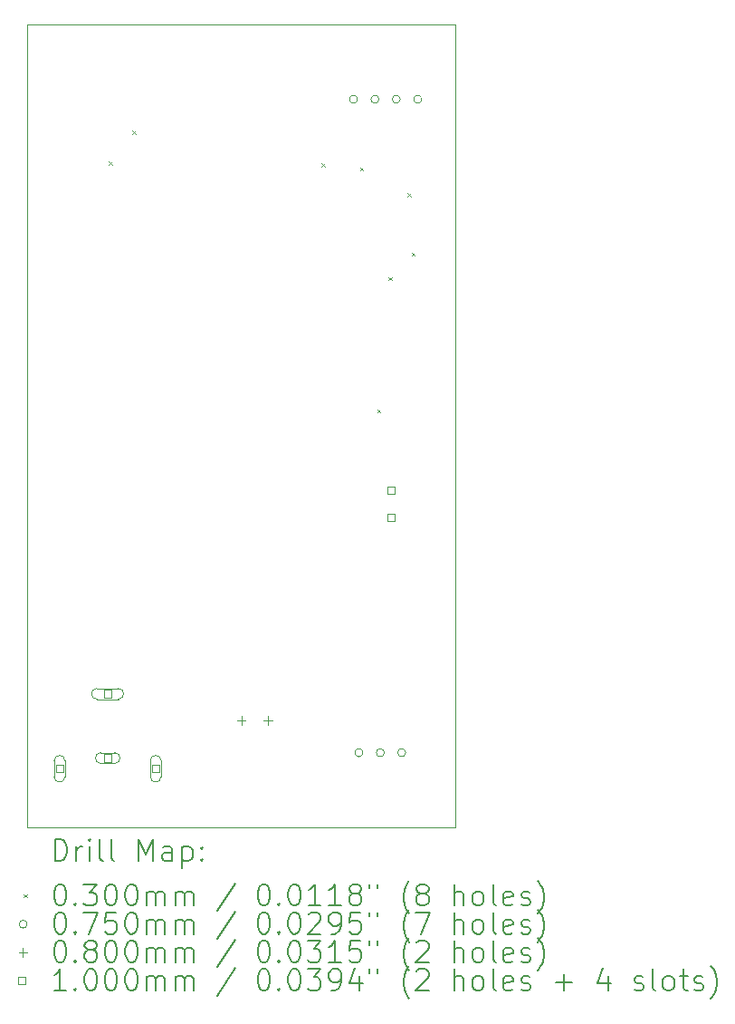
<source format=gbr>
%TF.GenerationSoftware,KiCad,Pcbnew,9.0.6-9.0.6~ubuntu22.04.1*%
%TF.CreationDate,2025-11-27T22:46:07+02:00*%
%TF.ProjectId,pico,7069636f-2e6b-4696-9361-645f70636258,1*%
%TF.SameCoordinates,Original*%
%TF.FileFunction,Drillmap*%
%TF.FilePolarity,Positive*%
%FSLAX45Y45*%
G04 Gerber Fmt 4.5, Leading zero omitted, Abs format (unit mm)*
G04 Created by KiCad (PCBNEW 9.0.6-9.0.6~ubuntu22.04.1) date 2025-11-27 22:46:07*
%MOMM*%
%LPD*%
G01*
G04 APERTURE LIST*
%ADD10C,0.050000*%
%ADD11C,0.200000*%
%ADD12C,0.100000*%
G04 APERTURE END LIST*
D10*
X10000000Y-5000000D02*
X14000000Y-5000000D01*
X14000000Y-12495000D01*
X10000000Y-12495000D01*
X10000000Y-5000000D01*
D11*
D12*
X10760130Y-6275640D02*
X10790130Y-6305640D01*
X10790130Y-6275640D02*
X10760130Y-6305640D01*
X10980030Y-5986600D02*
X11010030Y-6016600D01*
X11010030Y-5986600D02*
X10980030Y-6016600D01*
X12750990Y-6292480D02*
X12780990Y-6322480D01*
X12780990Y-6292480D02*
X12750990Y-6322480D01*
X13110320Y-6330240D02*
X13140320Y-6360240D01*
X13140320Y-6330240D02*
X13110320Y-6360240D01*
X13270310Y-8593250D02*
X13300310Y-8623250D01*
X13300310Y-8593250D02*
X13270310Y-8623250D01*
X13377470Y-7356820D02*
X13407470Y-7386820D01*
X13407470Y-7356820D02*
X13377470Y-7386820D01*
X13557360Y-6573170D02*
X13587360Y-6603170D01*
X13587360Y-6573170D02*
X13557360Y-6603170D01*
X13593760Y-7126020D02*
X13623760Y-7156020D01*
X13623760Y-7126020D02*
X13593760Y-7156020D01*
X13087500Y-5695000D02*
G75*
G02*
X13012500Y-5695000I-37500J0D01*
G01*
X13012500Y-5695000D02*
G75*
G02*
X13087500Y-5695000I37500J0D01*
G01*
X13137500Y-11800000D02*
G75*
G02*
X13062500Y-11800000I-37500J0D01*
G01*
X13062500Y-11800000D02*
G75*
G02*
X13137500Y-11800000I37500J0D01*
G01*
X13287500Y-5695000D02*
G75*
G02*
X13212500Y-5695000I-37500J0D01*
G01*
X13212500Y-5695000D02*
G75*
G02*
X13287500Y-5695000I37500J0D01*
G01*
X13337500Y-11800000D02*
G75*
G02*
X13262500Y-11800000I-37500J0D01*
G01*
X13262500Y-11800000D02*
G75*
G02*
X13337500Y-11800000I37500J0D01*
G01*
X13487500Y-5695000D02*
G75*
G02*
X13412500Y-5695000I-37500J0D01*
G01*
X13412500Y-5695000D02*
G75*
G02*
X13487500Y-5695000I37500J0D01*
G01*
X13537500Y-11800000D02*
G75*
G02*
X13462500Y-11800000I-37500J0D01*
G01*
X13462500Y-11800000D02*
G75*
G02*
X13537500Y-11800000I37500J0D01*
G01*
X13687500Y-5695000D02*
G75*
G02*
X13612500Y-5695000I-37500J0D01*
G01*
X13612500Y-5695000D02*
G75*
G02*
X13687500Y-5695000I37500J0D01*
G01*
X12000000Y-11460000D02*
X12000000Y-11540000D01*
X11960000Y-11500000D02*
X12040000Y-11500000D01*
X12250000Y-11460000D02*
X12250000Y-11540000D01*
X12210000Y-11500000D02*
X12290000Y-11500000D01*
X10335356Y-11985356D02*
X10335356Y-11914644D01*
X10264644Y-11914644D01*
X10264644Y-11985356D01*
X10335356Y-11985356D01*
X10250000Y-11875000D02*
X10250000Y-12025000D01*
X10350000Y-12025000D02*
G75*
G02*
X10250000Y-12025000I-50000J0D01*
G01*
X10350000Y-12025000D02*
X10350000Y-11875000D01*
X10350000Y-11875000D02*
G75*
G03*
X10250000Y-11875000I-50000J0D01*
G01*
X10785356Y-11285356D02*
X10785356Y-11214644D01*
X10714644Y-11214644D01*
X10714644Y-11285356D01*
X10785356Y-11285356D01*
X10650000Y-11300000D02*
X10850000Y-11300000D01*
X10850000Y-11200000D02*
G75*
G02*
X10850000Y-11300000I0J-50000D01*
G01*
X10850000Y-11200000D02*
X10650000Y-11200000D01*
X10650000Y-11200000D02*
G75*
G03*
X10650000Y-11300000I0J-50000D01*
G01*
X10785356Y-11885356D02*
X10785356Y-11814644D01*
X10714644Y-11814644D01*
X10714644Y-11885356D01*
X10785356Y-11885356D01*
X10685000Y-11900000D02*
X10815000Y-11900000D01*
X10815000Y-11800000D02*
G75*
G02*
X10815000Y-11900000I0J-50000D01*
G01*
X10815000Y-11800000D02*
X10685000Y-11800000D01*
X10685000Y-11800000D02*
G75*
G03*
X10685000Y-11900000I0J-50000D01*
G01*
X11235356Y-11985356D02*
X11235356Y-11914644D01*
X11164644Y-11914644D01*
X11164644Y-11985356D01*
X11235356Y-11985356D01*
X11150000Y-11875000D02*
X11150000Y-12025000D01*
X11250000Y-12025000D02*
G75*
G02*
X11150000Y-12025000I-50000J0D01*
G01*
X11250000Y-12025000D02*
X11250000Y-11875000D01*
X11250000Y-11875000D02*
G75*
G03*
X11150000Y-11875000I-50000J0D01*
G01*
X13435356Y-9385356D02*
X13435356Y-9314644D01*
X13364644Y-9314644D01*
X13364644Y-9385356D01*
X13435356Y-9385356D01*
X13435356Y-9639356D02*
X13435356Y-9568644D01*
X13364644Y-9568644D01*
X13364644Y-9639356D01*
X13435356Y-9639356D01*
D11*
X10258277Y-12808984D02*
X10258277Y-12608984D01*
X10258277Y-12608984D02*
X10305896Y-12608984D01*
X10305896Y-12608984D02*
X10334467Y-12618508D01*
X10334467Y-12618508D02*
X10353515Y-12637555D01*
X10353515Y-12637555D02*
X10363039Y-12656603D01*
X10363039Y-12656603D02*
X10372563Y-12694698D01*
X10372563Y-12694698D02*
X10372563Y-12723269D01*
X10372563Y-12723269D02*
X10363039Y-12761365D01*
X10363039Y-12761365D02*
X10353515Y-12780412D01*
X10353515Y-12780412D02*
X10334467Y-12799460D01*
X10334467Y-12799460D02*
X10305896Y-12808984D01*
X10305896Y-12808984D02*
X10258277Y-12808984D01*
X10458277Y-12808984D02*
X10458277Y-12675650D01*
X10458277Y-12713746D02*
X10467801Y-12694698D01*
X10467801Y-12694698D02*
X10477324Y-12685174D01*
X10477324Y-12685174D02*
X10496372Y-12675650D01*
X10496372Y-12675650D02*
X10515420Y-12675650D01*
X10582086Y-12808984D02*
X10582086Y-12675650D01*
X10582086Y-12608984D02*
X10572563Y-12618508D01*
X10572563Y-12618508D02*
X10582086Y-12628031D01*
X10582086Y-12628031D02*
X10591610Y-12618508D01*
X10591610Y-12618508D02*
X10582086Y-12608984D01*
X10582086Y-12608984D02*
X10582086Y-12628031D01*
X10705896Y-12808984D02*
X10686848Y-12799460D01*
X10686848Y-12799460D02*
X10677324Y-12780412D01*
X10677324Y-12780412D02*
X10677324Y-12608984D01*
X10810658Y-12808984D02*
X10791610Y-12799460D01*
X10791610Y-12799460D02*
X10782086Y-12780412D01*
X10782086Y-12780412D02*
X10782086Y-12608984D01*
X11039229Y-12808984D02*
X11039229Y-12608984D01*
X11039229Y-12608984D02*
X11105896Y-12751841D01*
X11105896Y-12751841D02*
X11172563Y-12608984D01*
X11172563Y-12608984D02*
X11172563Y-12808984D01*
X11353515Y-12808984D02*
X11353515Y-12704222D01*
X11353515Y-12704222D02*
X11343991Y-12685174D01*
X11343991Y-12685174D02*
X11324943Y-12675650D01*
X11324943Y-12675650D02*
X11286848Y-12675650D01*
X11286848Y-12675650D02*
X11267801Y-12685174D01*
X11353515Y-12799460D02*
X11334467Y-12808984D01*
X11334467Y-12808984D02*
X11286848Y-12808984D01*
X11286848Y-12808984D02*
X11267801Y-12799460D01*
X11267801Y-12799460D02*
X11258277Y-12780412D01*
X11258277Y-12780412D02*
X11258277Y-12761365D01*
X11258277Y-12761365D02*
X11267801Y-12742317D01*
X11267801Y-12742317D02*
X11286848Y-12732793D01*
X11286848Y-12732793D02*
X11334467Y-12732793D01*
X11334467Y-12732793D02*
X11353515Y-12723269D01*
X11448753Y-12675650D02*
X11448753Y-12875650D01*
X11448753Y-12685174D02*
X11467801Y-12675650D01*
X11467801Y-12675650D02*
X11505896Y-12675650D01*
X11505896Y-12675650D02*
X11524943Y-12685174D01*
X11524943Y-12685174D02*
X11534467Y-12694698D01*
X11534467Y-12694698D02*
X11543991Y-12713746D01*
X11543991Y-12713746D02*
X11543991Y-12770888D01*
X11543991Y-12770888D02*
X11534467Y-12789936D01*
X11534467Y-12789936D02*
X11524943Y-12799460D01*
X11524943Y-12799460D02*
X11505896Y-12808984D01*
X11505896Y-12808984D02*
X11467801Y-12808984D01*
X11467801Y-12808984D02*
X11448753Y-12799460D01*
X11629705Y-12789936D02*
X11639229Y-12799460D01*
X11639229Y-12799460D02*
X11629705Y-12808984D01*
X11629705Y-12808984D02*
X11620182Y-12799460D01*
X11620182Y-12799460D02*
X11629705Y-12789936D01*
X11629705Y-12789936D02*
X11629705Y-12808984D01*
X11629705Y-12685174D02*
X11639229Y-12694698D01*
X11639229Y-12694698D02*
X11629705Y-12704222D01*
X11629705Y-12704222D02*
X11620182Y-12694698D01*
X11620182Y-12694698D02*
X11629705Y-12685174D01*
X11629705Y-12685174D02*
X11629705Y-12704222D01*
D12*
X9967500Y-13122500D02*
X9997500Y-13152500D01*
X9997500Y-13122500D02*
X9967500Y-13152500D01*
D11*
X10296372Y-13028984D02*
X10315420Y-13028984D01*
X10315420Y-13028984D02*
X10334467Y-13038508D01*
X10334467Y-13038508D02*
X10343991Y-13048031D01*
X10343991Y-13048031D02*
X10353515Y-13067079D01*
X10353515Y-13067079D02*
X10363039Y-13105174D01*
X10363039Y-13105174D02*
X10363039Y-13152793D01*
X10363039Y-13152793D02*
X10353515Y-13190888D01*
X10353515Y-13190888D02*
X10343991Y-13209936D01*
X10343991Y-13209936D02*
X10334467Y-13219460D01*
X10334467Y-13219460D02*
X10315420Y-13228984D01*
X10315420Y-13228984D02*
X10296372Y-13228984D01*
X10296372Y-13228984D02*
X10277324Y-13219460D01*
X10277324Y-13219460D02*
X10267801Y-13209936D01*
X10267801Y-13209936D02*
X10258277Y-13190888D01*
X10258277Y-13190888D02*
X10248753Y-13152793D01*
X10248753Y-13152793D02*
X10248753Y-13105174D01*
X10248753Y-13105174D02*
X10258277Y-13067079D01*
X10258277Y-13067079D02*
X10267801Y-13048031D01*
X10267801Y-13048031D02*
X10277324Y-13038508D01*
X10277324Y-13038508D02*
X10296372Y-13028984D01*
X10448753Y-13209936D02*
X10458277Y-13219460D01*
X10458277Y-13219460D02*
X10448753Y-13228984D01*
X10448753Y-13228984D02*
X10439229Y-13219460D01*
X10439229Y-13219460D02*
X10448753Y-13209936D01*
X10448753Y-13209936D02*
X10448753Y-13228984D01*
X10524944Y-13028984D02*
X10648753Y-13028984D01*
X10648753Y-13028984D02*
X10582086Y-13105174D01*
X10582086Y-13105174D02*
X10610658Y-13105174D01*
X10610658Y-13105174D02*
X10629705Y-13114698D01*
X10629705Y-13114698D02*
X10639229Y-13124222D01*
X10639229Y-13124222D02*
X10648753Y-13143269D01*
X10648753Y-13143269D02*
X10648753Y-13190888D01*
X10648753Y-13190888D02*
X10639229Y-13209936D01*
X10639229Y-13209936D02*
X10629705Y-13219460D01*
X10629705Y-13219460D02*
X10610658Y-13228984D01*
X10610658Y-13228984D02*
X10553515Y-13228984D01*
X10553515Y-13228984D02*
X10534467Y-13219460D01*
X10534467Y-13219460D02*
X10524944Y-13209936D01*
X10772563Y-13028984D02*
X10791610Y-13028984D01*
X10791610Y-13028984D02*
X10810658Y-13038508D01*
X10810658Y-13038508D02*
X10820182Y-13048031D01*
X10820182Y-13048031D02*
X10829705Y-13067079D01*
X10829705Y-13067079D02*
X10839229Y-13105174D01*
X10839229Y-13105174D02*
X10839229Y-13152793D01*
X10839229Y-13152793D02*
X10829705Y-13190888D01*
X10829705Y-13190888D02*
X10820182Y-13209936D01*
X10820182Y-13209936D02*
X10810658Y-13219460D01*
X10810658Y-13219460D02*
X10791610Y-13228984D01*
X10791610Y-13228984D02*
X10772563Y-13228984D01*
X10772563Y-13228984D02*
X10753515Y-13219460D01*
X10753515Y-13219460D02*
X10743991Y-13209936D01*
X10743991Y-13209936D02*
X10734467Y-13190888D01*
X10734467Y-13190888D02*
X10724944Y-13152793D01*
X10724944Y-13152793D02*
X10724944Y-13105174D01*
X10724944Y-13105174D02*
X10734467Y-13067079D01*
X10734467Y-13067079D02*
X10743991Y-13048031D01*
X10743991Y-13048031D02*
X10753515Y-13038508D01*
X10753515Y-13038508D02*
X10772563Y-13028984D01*
X10963039Y-13028984D02*
X10982086Y-13028984D01*
X10982086Y-13028984D02*
X11001134Y-13038508D01*
X11001134Y-13038508D02*
X11010658Y-13048031D01*
X11010658Y-13048031D02*
X11020182Y-13067079D01*
X11020182Y-13067079D02*
X11029705Y-13105174D01*
X11029705Y-13105174D02*
X11029705Y-13152793D01*
X11029705Y-13152793D02*
X11020182Y-13190888D01*
X11020182Y-13190888D02*
X11010658Y-13209936D01*
X11010658Y-13209936D02*
X11001134Y-13219460D01*
X11001134Y-13219460D02*
X10982086Y-13228984D01*
X10982086Y-13228984D02*
X10963039Y-13228984D01*
X10963039Y-13228984D02*
X10943991Y-13219460D01*
X10943991Y-13219460D02*
X10934467Y-13209936D01*
X10934467Y-13209936D02*
X10924944Y-13190888D01*
X10924944Y-13190888D02*
X10915420Y-13152793D01*
X10915420Y-13152793D02*
X10915420Y-13105174D01*
X10915420Y-13105174D02*
X10924944Y-13067079D01*
X10924944Y-13067079D02*
X10934467Y-13048031D01*
X10934467Y-13048031D02*
X10943991Y-13038508D01*
X10943991Y-13038508D02*
X10963039Y-13028984D01*
X11115420Y-13228984D02*
X11115420Y-13095650D01*
X11115420Y-13114698D02*
X11124944Y-13105174D01*
X11124944Y-13105174D02*
X11143991Y-13095650D01*
X11143991Y-13095650D02*
X11172563Y-13095650D01*
X11172563Y-13095650D02*
X11191610Y-13105174D01*
X11191610Y-13105174D02*
X11201134Y-13124222D01*
X11201134Y-13124222D02*
X11201134Y-13228984D01*
X11201134Y-13124222D02*
X11210658Y-13105174D01*
X11210658Y-13105174D02*
X11229705Y-13095650D01*
X11229705Y-13095650D02*
X11258277Y-13095650D01*
X11258277Y-13095650D02*
X11277324Y-13105174D01*
X11277324Y-13105174D02*
X11286848Y-13124222D01*
X11286848Y-13124222D02*
X11286848Y-13228984D01*
X11382086Y-13228984D02*
X11382086Y-13095650D01*
X11382086Y-13114698D02*
X11391610Y-13105174D01*
X11391610Y-13105174D02*
X11410658Y-13095650D01*
X11410658Y-13095650D02*
X11439229Y-13095650D01*
X11439229Y-13095650D02*
X11458277Y-13105174D01*
X11458277Y-13105174D02*
X11467801Y-13124222D01*
X11467801Y-13124222D02*
X11467801Y-13228984D01*
X11467801Y-13124222D02*
X11477324Y-13105174D01*
X11477324Y-13105174D02*
X11496372Y-13095650D01*
X11496372Y-13095650D02*
X11524943Y-13095650D01*
X11524943Y-13095650D02*
X11543991Y-13105174D01*
X11543991Y-13105174D02*
X11553515Y-13124222D01*
X11553515Y-13124222D02*
X11553515Y-13228984D01*
X11943991Y-13019460D02*
X11772563Y-13276603D01*
X12201134Y-13028984D02*
X12220182Y-13028984D01*
X12220182Y-13028984D02*
X12239229Y-13038508D01*
X12239229Y-13038508D02*
X12248753Y-13048031D01*
X12248753Y-13048031D02*
X12258277Y-13067079D01*
X12258277Y-13067079D02*
X12267801Y-13105174D01*
X12267801Y-13105174D02*
X12267801Y-13152793D01*
X12267801Y-13152793D02*
X12258277Y-13190888D01*
X12258277Y-13190888D02*
X12248753Y-13209936D01*
X12248753Y-13209936D02*
X12239229Y-13219460D01*
X12239229Y-13219460D02*
X12220182Y-13228984D01*
X12220182Y-13228984D02*
X12201134Y-13228984D01*
X12201134Y-13228984D02*
X12182086Y-13219460D01*
X12182086Y-13219460D02*
X12172563Y-13209936D01*
X12172563Y-13209936D02*
X12163039Y-13190888D01*
X12163039Y-13190888D02*
X12153515Y-13152793D01*
X12153515Y-13152793D02*
X12153515Y-13105174D01*
X12153515Y-13105174D02*
X12163039Y-13067079D01*
X12163039Y-13067079D02*
X12172563Y-13048031D01*
X12172563Y-13048031D02*
X12182086Y-13038508D01*
X12182086Y-13038508D02*
X12201134Y-13028984D01*
X12353515Y-13209936D02*
X12363039Y-13219460D01*
X12363039Y-13219460D02*
X12353515Y-13228984D01*
X12353515Y-13228984D02*
X12343991Y-13219460D01*
X12343991Y-13219460D02*
X12353515Y-13209936D01*
X12353515Y-13209936D02*
X12353515Y-13228984D01*
X12486848Y-13028984D02*
X12505896Y-13028984D01*
X12505896Y-13028984D02*
X12524944Y-13038508D01*
X12524944Y-13038508D02*
X12534467Y-13048031D01*
X12534467Y-13048031D02*
X12543991Y-13067079D01*
X12543991Y-13067079D02*
X12553515Y-13105174D01*
X12553515Y-13105174D02*
X12553515Y-13152793D01*
X12553515Y-13152793D02*
X12543991Y-13190888D01*
X12543991Y-13190888D02*
X12534467Y-13209936D01*
X12534467Y-13209936D02*
X12524944Y-13219460D01*
X12524944Y-13219460D02*
X12505896Y-13228984D01*
X12505896Y-13228984D02*
X12486848Y-13228984D01*
X12486848Y-13228984D02*
X12467801Y-13219460D01*
X12467801Y-13219460D02*
X12458277Y-13209936D01*
X12458277Y-13209936D02*
X12448753Y-13190888D01*
X12448753Y-13190888D02*
X12439229Y-13152793D01*
X12439229Y-13152793D02*
X12439229Y-13105174D01*
X12439229Y-13105174D02*
X12448753Y-13067079D01*
X12448753Y-13067079D02*
X12458277Y-13048031D01*
X12458277Y-13048031D02*
X12467801Y-13038508D01*
X12467801Y-13038508D02*
X12486848Y-13028984D01*
X12743991Y-13228984D02*
X12629706Y-13228984D01*
X12686848Y-13228984D02*
X12686848Y-13028984D01*
X12686848Y-13028984D02*
X12667801Y-13057555D01*
X12667801Y-13057555D02*
X12648753Y-13076603D01*
X12648753Y-13076603D02*
X12629706Y-13086127D01*
X12934467Y-13228984D02*
X12820182Y-13228984D01*
X12877325Y-13228984D02*
X12877325Y-13028984D01*
X12877325Y-13028984D02*
X12858277Y-13057555D01*
X12858277Y-13057555D02*
X12839229Y-13076603D01*
X12839229Y-13076603D02*
X12820182Y-13086127D01*
X13048753Y-13114698D02*
X13029706Y-13105174D01*
X13029706Y-13105174D02*
X13020182Y-13095650D01*
X13020182Y-13095650D02*
X13010658Y-13076603D01*
X13010658Y-13076603D02*
X13010658Y-13067079D01*
X13010658Y-13067079D02*
X13020182Y-13048031D01*
X13020182Y-13048031D02*
X13029706Y-13038508D01*
X13029706Y-13038508D02*
X13048753Y-13028984D01*
X13048753Y-13028984D02*
X13086848Y-13028984D01*
X13086848Y-13028984D02*
X13105896Y-13038508D01*
X13105896Y-13038508D02*
X13115420Y-13048031D01*
X13115420Y-13048031D02*
X13124944Y-13067079D01*
X13124944Y-13067079D02*
X13124944Y-13076603D01*
X13124944Y-13076603D02*
X13115420Y-13095650D01*
X13115420Y-13095650D02*
X13105896Y-13105174D01*
X13105896Y-13105174D02*
X13086848Y-13114698D01*
X13086848Y-13114698D02*
X13048753Y-13114698D01*
X13048753Y-13114698D02*
X13029706Y-13124222D01*
X13029706Y-13124222D02*
X13020182Y-13133746D01*
X13020182Y-13133746D02*
X13010658Y-13152793D01*
X13010658Y-13152793D02*
X13010658Y-13190888D01*
X13010658Y-13190888D02*
X13020182Y-13209936D01*
X13020182Y-13209936D02*
X13029706Y-13219460D01*
X13029706Y-13219460D02*
X13048753Y-13228984D01*
X13048753Y-13228984D02*
X13086848Y-13228984D01*
X13086848Y-13228984D02*
X13105896Y-13219460D01*
X13105896Y-13219460D02*
X13115420Y-13209936D01*
X13115420Y-13209936D02*
X13124944Y-13190888D01*
X13124944Y-13190888D02*
X13124944Y-13152793D01*
X13124944Y-13152793D02*
X13115420Y-13133746D01*
X13115420Y-13133746D02*
X13105896Y-13124222D01*
X13105896Y-13124222D02*
X13086848Y-13114698D01*
X13201134Y-13028984D02*
X13201134Y-13067079D01*
X13277325Y-13028984D02*
X13277325Y-13067079D01*
X13572563Y-13305174D02*
X13563039Y-13295650D01*
X13563039Y-13295650D02*
X13543991Y-13267079D01*
X13543991Y-13267079D02*
X13534468Y-13248031D01*
X13534468Y-13248031D02*
X13524944Y-13219460D01*
X13524944Y-13219460D02*
X13515420Y-13171841D01*
X13515420Y-13171841D02*
X13515420Y-13133746D01*
X13515420Y-13133746D02*
X13524944Y-13086127D01*
X13524944Y-13086127D02*
X13534468Y-13057555D01*
X13534468Y-13057555D02*
X13543991Y-13038508D01*
X13543991Y-13038508D02*
X13563039Y-13009936D01*
X13563039Y-13009936D02*
X13572563Y-13000412D01*
X13677325Y-13114698D02*
X13658277Y-13105174D01*
X13658277Y-13105174D02*
X13648753Y-13095650D01*
X13648753Y-13095650D02*
X13639229Y-13076603D01*
X13639229Y-13076603D02*
X13639229Y-13067079D01*
X13639229Y-13067079D02*
X13648753Y-13048031D01*
X13648753Y-13048031D02*
X13658277Y-13038508D01*
X13658277Y-13038508D02*
X13677325Y-13028984D01*
X13677325Y-13028984D02*
X13715420Y-13028984D01*
X13715420Y-13028984D02*
X13734468Y-13038508D01*
X13734468Y-13038508D02*
X13743991Y-13048031D01*
X13743991Y-13048031D02*
X13753515Y-13067079D01*
X13753515Y-13067079D02*
X13753515Y-13076603D01*
X13753515Y-13076603D02*
X13743991Y-13095650D01*
X13743991Y-13095650D02*
X13734468Y-13105174D01*
X13734468Y-13105174D02*
X13715420Y-13114698D01*
X13715420Y-13114698D02*
X13677325Y-13114698D01*
X13677325Y-13114698D02*
X13658277Y-13124222D01*
X13658277Y-13124222D02*
X13648753Y-13133746D01*
X13648753Y-13133746D02*
X13639229Y-13152793D01*
X13639229Y-13152793D02*
X13639229Y-13190888D01*
X13639229Y-13190888D02*
X13648753Y-13209936D01*
X13648753Y-13209936D02*
X13658277Y-13219460D01*
X13658277Y-13219460D02*
X13677325Y-13228984D01*
X13677325Y-13228984D02*
X13715420Y-13228984D01*
X13715420Y-13228984D02*
X13734468Y-13219460D01*
X13734468Y-13219460D02*
X13743991Y-13209936D01*
X13743991Y-13209936D02*
X13753515Y-13190888D01*
X13753515Y-13190888D02*
X13753515Y-13152793D01*
X13753515Y-13152793D02*
X13743991Y-13133746D01*
X13743991Y-13133746D02*
X13734468Y-13124222D01*
X13734468Y-13124222D02*
X13715420Y-13114698D01*
X13991610Y-13228984D02*
X13991610Y-13028984D01*
X14077325Y-13228984D02*
X14077325Y-13124222D01*
X14077325Y-13124222D02*
X14067801Y-13105174D01*
X14067801Y-13105174D02*
X14048753Y-13095650D01*
X14048753Y-13095650D02*
X14020182Y-13095650D01*
X14020182Y-13095650D02*
X14001134Y-13105174D01*
X14001134Y-13105174D02*
X13991610Y-13114698D01*
X14201134Y-13228984D02*
X14182087Y-13219460D01*
X14182087Y-13219460D02*
X14172563Y-13209936D01*
X14172563Y-13209936D02*
X14163039Y-13190888D01*
X14163039Y-13190888D02*
X14163039Y-13133746D01*
X14163039Y-13133746D02*
X14172563Y-13114698D01*
X14172563Y-13114698D02*
X14182087Y-13105174D01*
X14182087Y-13105174D02*
X14201134Y-13095650D01*
X14201134Y-13095650D02*
X14229706Y-13095650D01*
X14229706Y-13095650D02*
X14248753Y-13105174D01*
X14248753Y-13105174D02*
X14258277Y-13114698D01*
X14258277Y-13114698D02*
X14267801Y-13133746D01*
X14267801Y-13133746D02*
X14267801Y-13190888D01*
X14267801Y-13190888D02*
X14258277Y-13209936D01*
X14258277Y-13209936D02*
X14248753Y-13219460D01*
X14248753Y-13219460D02*
X14229706Y-13228984D01*
X14229706Y-13228984D02*
X14201134Y-13228984D01*
X14382087Y-13228984D02*
X14363039Y-13219460D01*
X14363039Y-13219460D02*
X14353515Y-13200412D01*
X14353515Y-13200412D02*
X14353515Y-13028984D01*
X14534468Y-13219460D02*
X14515420Y-13228984D01*
X14515420Y-13228984D02*
X14477325Y-13228984D01*
X14477325Y-13228984D02*
X14458277Y-13219460D01*
X14458277Y-13219460D02*
X14448753Y-13200412D01*
X14448753Y-13200412D02*
X14448753Y-13124222D01*
X14448753Y-13124222D02*
X14458277Y-13105174D01*
X14458277Y-13105174D02*
X14477325Y-13095650D01*
X14477325Y-13095650D02*
X14515420Y-13095650D01*
X14515420Y-13095650D02*
X14534468Y-13105174D01*
X14534468Y-13105174D02*
X14543991Y-13124222D01*
X14543991Y-13124222D02*
X14543991Y-13143269D01*
X14543991Y-13143269D02*
X14448753Y-13162317D01*
X14620182Y-13219460D02*
X14639230Y-13228984D01*
X14639230Y-13228984D02*
X14677325Y-13228984D01*
X14677325Y-13228984D02*
X14696372Y-13219460D01*
X14696372Y-13219460D02*
X14705896Y-13200412D01*
X14705896Y-13200412D02*
X14705896Y-13190888D01*
X14705896Y-13190888D02*
X14696372Y-13171841D01*
X14696372Y-13171841D02*
X14677325Y-13162317D01*
X14677325Y-13162317D02*
X14648753Y-13162317D01*
X14648753Y-13162317D02*
X14629706Y-13152793D01*
X14629706Y-13152793D02*
X14620182Y-13133746D01*
X14620182Y-13133746D02*
X14620182Y-13124222D01*
X14620182Y-13124222D02*
X14629706Y-13105174D01*
X14629706Y-13105174D02*
X14648753Y-13095650D01*
X14648753Y-13095650D02*
X14677325Y-13095650D01*
X14677325Y-13095650D02*
X14696372Y-13105174D01*
X14772563Y-13305174D02*
X14782087Y-13295650D01*
X14782087Y-13295650D02*
X14801134Y-13267079D01*
X14801134Y-13267079D02*
X14810658Y-13248031D01*
X14810658Y-13248031D02*
X14820182Y-13219460D01*
X14820182Y-13219460D02*
X14829706Y-13171841D01*
X14829706Y-13171841D02*
X14829706Y-13133746D01*
X14829706Y-13133746D02*
X14820182Y-13086127D01*
X14820182Y-13086127D02*
X14810658Y-13057555D01*
X14810658Y-13057555D02*
X14801134Y-13038508D01*
X14801134Y-13038508D02*
X14782087Y-13009936D01*
X14782087Y-13009936D02*
X14772563Y-13000412D01*
D12*
X9997500Y-13401500D02*
G75*
G02*
X9922500Y-13401500I-37500J0D01*
G01*
X9922500Y-13401500D02*
G75*
G02*
X9997500Y-13401500I37500J0D01*
G01*
D11*
X10296372Y-13292984D02*
X10315420Y-13292984D01*
X10315420Y-13292984D02*
X10334467Y-13302508D01*
X10334467Y-13302508D02*
X10343991Y-13312031D01*
X10343991Y-13312031D02*
X10353515Y-13331079D01*
X10353515Y-13331079D02*
X10363039Y-13369174D01*
X10363039Y-13369174D02*
X10363039Y-13416793D01*
X10363039Y-13416793D02*
X10353515Y-13454888D01*
X10353515Y-13454888D02*
X10343991Y-13473936D01*
X10343991Y-13473936D02*
X10334467Y-13483460D01*
X10334467Y-13483460D02*
X10315420Y-13492984D01*
X10315420Y-13492984D02*
X10296372Y-13492984D01*
X10296372Y-13492984D02*
X10277324Y-13483460D01*
X10277324Y-13483460D02*
X10267801Y-13473936D01*
X10267801Y-13473936D02*
X10258277Y-13454888D01*
X10258277Y-13454888D02*
X10248753Y-13416793D01*
X10248753Y-13416793D02*
X10248753Y-13369174D01*
X10248753Y-13369174D02*
X10258277Y-13331079D01*
X10258277Y-13331079D02*
X10267801Y-13312031D01*
X10267801Y-13312031D02*
X10277324Y-13302508D01*
X10277324Y-13302508D02*
X10296372Y-13292984D01*
X10448753Y-13473936D02*
X10458277Y-13483460D01*
X10458277Y-13483460D02*
X10448753Y-13492984D01*
X10448753Y-13492984D02*
X10439229Y-13483460D01*
X10439229Y-13483460D02*
X10448753Y-13473936D01*
X10448753Y-13473936D02*
X10448753Y-13492984D01*
X10524944Y-13292984D02*
X10658277Y-13292984D01*
X10658277Y-13292984D02*
X10572563Y-13492984D01*
X10829705Y-13292984D02*
X10734467Y-13292984D01*
X10734467Y-13292984D02*
X10724944Y-13388222D01*
X10724944Y-13388222D02*
X10734467Y-13378698D01*
X10734467Y-13378698D02*
X10753515Y-13369174D01*
X10753515Y-13369174D02*
X10801134Y-13369174D01*
X10801134Y-13369174D02*
X10820182Y-13378698D01*
X10820182Y-13378698D02*
X10829705Y-13388222D01*
X10829705Y-13388222D02*
X10839229Y-13407269D01*
X10839229Y-13407269D02*
X10839229Y-13454888D01*
X10839229Y-13454888D02*
X10829705Y-13473936D01*
X10829705Y-13473936D02*
X10820182Y-13483460D01*
X10820182Y-13483460D02*
X10801134Y-13492984D01*
X10801134Y-13492984D02*
X10753515Y-13492984D01*
X10753515Y-13492984D02*
X10734467Y-13483460D01*
X10734467Y-13483460D02*
X10724944Y-13473936D01*
X10963039Y-13292984D02*
X10982086Y-13292984D01*
X10982086Y-13292984D02*
X11001134Y-13302508D01*
X11001134Y-13302508D02*
X11010658Y-13312031D01*
X11010658Y-13312031D02*
X11020182Y-13331079D01*
X11020182Y-13331079D02*
X11029705Y-13369174D01*
X11029705Y-13369174D02*
X11029705Y-13416793D01*
X11029705Y-13416793D02*
X11020182Y-13454888D01*
X11020182Y-13454888D02*
X11010658Y-13473936D01*
X11010658Y-13473936D02*
X11001134Y-13483460D01*
X11001134Y-13483460D02*
X10982086Y-13492984D01*
X10982086Y-13492984D02*
X10963039Y-13492984D01*
X10963039Y-13492984D02*
X10943991Y-13483460D01*
X10943991Y-13483460D02*
X10934467Y-13473936D01*
X10934467Y-13473936D02*
X10924944Y-13454888D01*
X10924944Y-13454888D02*
X10915420Y-13416793D01*
X10915420Y-13416793D02*
X10915420Y-13369174D01*
X10915420Y-13369174D02*
X10924944Y-13331079D01*
X10924944Y-13331079D02*
X10934467Y-13312031D01*
X10934467Y-13312031D02*
X10943991Y-13302508D01*
X10943991Y-13302508D02*
X10963039Y-13292984D01*
X11115420Y-13492984D02*
X11115420Y-13359650D01*
X11115420Y-13378698D02*
X11124944Y-13369174D01*
X11124944Y-13369174D02*
X11143991Y-13359650D01*
X11143991Y-13359650D02*
X11172563Y-13359650D01*
X11172563Y-13359650D02*
X11191610Y-13369174D01*
X11191610Y-13369174D02*
X11201134Y-13388222D01*
X11201134Y-13388222D02*
X11201134Y-13492984D01*
X11201134Y-13388222D02*
X11210658Y-13369174D01*
X11210658Y-13369174D02*
X11229705Y-13359650D01*
X11229705Y-13359650D02*
X11258277Y-13359650D01*
X11258277Y-13359650D02*
X11277324Y-13369174D01*
X11277324Y-13369174D02*
X11286848Y-13388222D01*
X11286848Y-13388222D02*
X11286848Y-13492984D01*
X11382086Y-13492984D02*
X11382086Y-13359650D01*
X11382086Y-13378698D02*
X11391610Y-13369174D01*
X11391610Y-13369174D02*
X11410658Y-13359650D01*
X11410658Y-13359650D02*
X11439229Y-13359650D01*
X11439229Y-13359650D02*
X11458277Y-13369174D01*
X11458277Y-13369174D02*
X11467801Y-13388222D01*
X11467801Y-13388222D02*
X11467801Y-13492984D01*
X11467801Y-13388222D02*
X11477324Y-13369174D01*
X11477324Y-13369174D02*
X11496372Y-13359650D01*
X11496372Y-13359650D02*
X11524943Y-13359650D01*
X11524943Y-13359650D02*
X11543991Y-13369174D01*
X11543991Y-13369174D02*
X11553515Y-13388222D01*
X11553515Y-13388222D02*
X11553515Y-13492984D01*
X11943991Y-13283460D02*
X11772563Y-13540603D01*
X12201134Y-13292984D02*
X12220182Y-13292984D01*
X12220182Y-13292984D02*
X12239229Y-13302508D01*
X12239229Y-13302508D02*
X12248753Y-13312031D01*
X12248753Y-13312031D02*
X12258277Y-13331079D01*
X12258277Y-13331079D02*
X12267801Y-13369174D01*
X12267801Y-13369174D02*
X12267801Y-13416793D01*
X12267801Y-13416793D02*
X12258277Y-13454888D01*
X12258277Y-13454888D02*
X12248753Y-13473936D01*
X12248753Y-13473936D02*
X12239229Y-13483460D01*
X12239229Y-13483460D02*
X12220182Y-13492984D01*
X12220182Y-13492984D02*
X12201134Y-13492984D01*
X12201134Y-13492984D02*
X12182086Y-13483460D01*
X12182086Y-13483460D02*
X12172563Y-13473936D01*
X12172563Y-13473936D02*
X12163039Y-13454888D01*
X12163039Y-13454888D02*
X12153515Y-13416793D01*
X12153515Y-13416793D02*
X12153515Y-13369174D01*
X12153515Y-13369174D02*
X12163039Y-13331079D01*
X12163039Y-13331079D02*
X12172563Y-13312031D01*
X12172563Y-13312031D02*
X12182086Y-13302508D01*
X12182086Y-13302508D02*
X12201134Y-13292984D01*
X12353515Y-13473936D02*
X12363039Y-13483460D01*
X12363039Y-13483460D02*
X12353515Y-13492984D01*
X12353515Y-13492984D02*
X12343991Y-13483460D01*
X12343991Y-13483460D02*
X12353515Y-13473936D01*
X12353515Y-13473936D02*
X12353515Y-13492984D01*
X12486848Y-13292984D02*
X12505896Y-13292984D01*
X12505896Y-13292984D02*
X12524944Y-13302508D01*
X12524944Y-13302508D02*
X12534467Y-13312031D01*
X12534467Y-13312031D02*
X12543991Y-13331079D01*
X12543991Y-13331079D02*
X12553515Y-13369174D01*
X12553515Y-13369174D02*
X12553515Y-13416793D01*
X12553515Y-13416793D02*
X12543991Y-13454888D01*
X12543991Y-13454888D02*
X12534467Y-13473936D01*
X12534467Y-13473936D02*
X12524944Y-13483460D01*
X12524944Y-13483460D02*
X12505896Y-13492984D01*
X12505896Y-13492984D02*
X12486848Y-13492984D01*
X12486848Y-13492984D02*
X12467801Y-13483460D01*
X12467801Y-13483460D02*
X12458277Y-13473936D01*
X12458277Y-13473936D02*
X12448753Y-13454888D01*
X12448753Y-13454888D02*
X12439229Y-13416793D01*
X12439229Y-13416793D02*
X12439229Y-13369174D01*
X12439229Y-13369174D02*
X12448753Y-13331079D01*
X12448753Y-13331079D02*
X12458277Y-13312031D01*
X12458277Y-13312031D02*
X12467801Y-13302508D01*
X12467801Y-13302508D02*
X12486848Y-13292984D01*
X12629706Y-13312031D02*
X12639229Y-13302508D01*
X12639229Y-13302508D02*
X12658277Y-13292984D01*
X12658277Y-13292984D02*
X12705896Y-13292984D01*
X12705896Y-13292984D02*
X12724944Y-13302508D01*
X12724944Y-13302508D02*
X12734467Y-13312031D01*
X12734467Y-13312031D02*
X12743991Y-13331079D01*
X12743991Y-13331079D02*
X12743991Y-13350127D01*
X12743991Y-13350127D02*
X12734467Y-13378698D01*
X12734467Y-13378698D02*
X12620182Y-13492984D01*
X12620182Y-13492984D02*
X12743991Y-13492984D01*
X12839229Y-13492984D02*
X12877325Y-13492984D01*
X12877325Y-13492984D02*
X12896372Y-13483460D01*
X12896372Y-13483460D02*
X12905896Y-13473936D01*
X12905896Y-13473936D02*
X12924944Y-13445365D01*
X12924944Y-13445365D02*
X12934467Y-13407269D01*
X12934467Y-13407269D02*
X12934467Y-13331079D01*
X12934467Y-13331079D02*
X12924944Y-13312031D01*
X12924944Y-13312031D02*
X12915420Y-13302508D01*
X12915420Y-13302508D02*
X12896372Y-13292984D01*
X12896372Y-13292984D02*
X12858277Y-13292984D01*
X12858277Y-13292984D02*
X12839229Y-13302508D01*
X12839229Y-13302508D02*
X12829706Y-13312031D01*
X12829706Y-13312031D02*
X12820182Y-13331079D01*
X12820182Y-13331079D02*
X12820182Y-13378698D01*
X12820182Y-13378698D02*
X12829706Y-13397746D01*
X12829706Y-13397746D02*
X12839229Y-13407269D01*
X12839229Y-13407269D02*
X12858277Y-13416793D01*
X12858277Y-13416793D02*
X12896372Y-13416793D01*
X12896372Y-13416793D02*
X12915420Y-13407269D01*
X12915420Y-13407269D02*
X12924944Y-13397746D01*
X12924944Y-13397746D02*
X12934467Y-13378698D01*
X13115420Y-13292984D02*
X13020182Y-13292984D01*
X13020182Y-13292984D02*
X13010658Y-13388222D01*
X13010658Y-13388222D02*
X13020182Y-13378698D01*
X13020182Y-13378698D02*
X13039229Y-13369174D01*
X13039229Y-13369174D02*
X13086848Y-13369174D01*
X13086848Y-13369174D02*
X13105896Y-13378698D01*
X13105896Y-13378698D02*
X13115420Y-13388222D01*
X13115420Y-13388222D02*
X13124944Y-13407269D01*
X13124944Y-13407269D02*
X13124944Y-13454888D01*
X13124944Y-13454888D02*
X13115420Y-13473936D01*
X13115420Y-13473936D02*
X13105896Y-13483460D01*
X13105896Y-13483460D02*
X13086848Y-13492984D01*
X13086848Y-13492984D02*
X13039229Y-13492984D01*
X13039229Y-13492984D02*
X13020182Y-13483460D01*
X13020182Y-13483460D02*
X13010658Y-13473936D01*
X13201134Y-13292984D02*
X13201134Y-13331079D01*
X13277325Y-13292984D02*
X13277325Y-13331079D01*
X13572563Y-13569174D02*
X13563039Y-13559650D01*
X13563039Y-13559650D02*
X13543991Y-13531079D01*
X13543991Y-13531079D02*
X13534468Y-13512031D01*
X13534468Y-13512031D02*
X13524944Y-13483460D01*
X13524944Y-13483460D02*
X13515420Y-13435841D01*
X13515420Y-13435841D02*
X13515420Y-13397746D01*
X13515420Y-13397746D02*
X13524944Y-13350127D01*
X13524944Y-13350127D02*
X13534468Y-13321555D01*
X13534468Y-13321555D02*
X13543991Y-13302508D01*
X13543991Y-13302508D02*
X13563039Y-13273936D01*
X13563039Y-13273936D02*
X13572563Y-13264412D01*
X13629706Y-13292984D02*
X13763039Y-13292984D01*
X13763039Y-13292984D02*
X13677325Y-13492984D01*
X13991610Y-13492984D02*
X13991610Y-13292984D01*
X14077325Y-13492984D02*
X14077325Y-13388222D01*
X14077325Y-13388222D02*
X14067801Y-13369174D01*
X14067801Y-13369174D02*
X14048753Y-13359650D01*
X14048753Y-13359650D02*
X14020182Y-13359650D01*
X14020182Y-13359650D02*
X14001134Y-13369174D01*
X14001134Y-13369174D02*
X13991610Y-13378698D01*
X14201134Y-13492984D02*
X14182087Y-13483460D01*
X14182087Y-13483460D02*
X14172563Y-13473936D01*
X14172563Y-13473936D02*
X14163039Y-13454888D01*
X14163039Y-13454888D02*
X14163039Y-13397746D01*
X14163039Y-13397746D02*
X14172563Y-13378698D01*
X14172563Y-13378698D02*
X14182087Y-13369174D01*
X14182087Y-13369174D02*
X14201134Y-13359650D01*
X14201134Y-13359650D02*
X14229706Y-13359650D01*
X14229706Y-13359650D02*
X14248753Y-13369174D01*
X14248753Y-13369174D02*
X14258277Y-13378698D01*
X14258277Y-13378698D02*
X14267801Y-13397746D01*
X14267801Y-13397746D02*
X14267801Y-13454888D01*
X14267801Y-13454888D02*
X14258277Y-13473936D01*
X14258277Y-13473936D02*
X14248753Y-13483460D01*
X14248753Y-13483460D02*
X14229706Y-13492984D01*
X14229706Y-13492984D02*
X14201134Y-13492984D01*
X14382087Y-13492984D02*
X14363039Y-13483460D01*
X14363039Y-13483460D02*
X14353515Y-13464412D01*
X14353515Y-13464412D02*
X14353515Y-13292984D01*
X14534468Y-13483460D02*
X14515420Y-13492984D01*
X14515420Y-13492984D02*
X14477325Y-13492984D01*
X14477325Y-13492984D02*
X14458277Y-13483460D01*
X14458277Y-13483460D02*
X14448753Y-13464412D01*
X14448753Y-13464412D02*
X14448753Y-13388222D01*
X14448753Y-13388222D02*
X14458277Y-13369174D01*
X14458277Y-13369174D02*
X14477325Y-13359650D01*
X14477325Y-13359650D02*
X14515420Y-13359650D01*
X14515420Y-13359650D02*
X14534468Y-13369174D01*
X14534468Y-13369174D02*
X14543991Y-13388222D01*
X14543991Y-13388222D02*
X14543991Y-13407269D01*
X14543991Y-13407269D02*
X14448753Y-13426317D01*
X14620182Y-13483460D02*
X14639230Y-13492984D01*
X14639230Y-13492984D02*
X14677325Y-13492984D01*
X14677325Y-13492984D02*
X14696372Y-13483460D01*
X14696372Y-13483460D02*
X14705896Y-13464412D01*
X14705896Y-13464412D02*
X14705896Y-13454888D01*
X14705896Y-13454888D02*
X14696372Y-13435841D01*
X14696372Y-13435841D02*
X14677325Y-13426317D01*
X14677325Y-13426317D02*
X14648753Y-13426317D01*
X14648753Y-13426317D02*
X14629706Y-13416793D01*
X14629706Y-13416793D02*
X14620182Y-13397746D01*
X14620182Y-13397746D02*
X14620182Y-13388222D01*
X14620182Y-13388222D02*
X14629706Y-13369174D01*
X14629706Y-13369174D02*
X14648753Y-13359650D01*
X14648753Y-13359650D02*
X14677325Y-13359650D01*
X14677325Y-13359650D02*
X14696372Y-13369174D01*
X14772563Y-13569174D02*
X14782087Y-13559650D01*
X14782087Y-13559650D02*
X14801134Y-13531079D01*
X14801134Y-13531079D02*
X14810658Y-13512031D01*
X14810658Y-13512031D02*
X14820182Y-13483460D01*
X14820182Y-13483460D02*
X14829706Y-13435841D01*
X14829706Y-13435841D02*
X14829706Y-13397746D01*
X14829706Y-13397746D02*
X14820182Y-13350127D01*
X14820182Y-13350127D02*
X14810658Y-13321555D01*
X14810658Y-13321555D02*
X14801134Y-13302508D01*
X14801134Y-13302508D02*
X14782087Y-13273936D01*
X14782087Y-13273936D02*
X14772563Y-13264412D01*
D12*
X9957500Y-13625500D02*
X9957500Y-13705500D01*
X9917500Y-13665500D02*
X9997500Y-13665500D01*
D11*
X10296372Y-13556984D02*
X10315420Y-13556984D01*
X10315420Y-13556984D02*
X10334467Y-13566508D01*
X10334467Y-13566508D02*
X10343991Y-13576031D01*
X10343991Y-13576031D02*
X10353515Y-13595079D01*
X10353515Y-13595079D02*
X10363039Y-13633174D01*
X10363039Y-13633174D02*
X10363039Y-13680793D01*
X10363039Y-13680793D02*
X10353515Y-13718888D01*
X10353515Y-13718888D02*
X10343991Y-13737936D01*
X10343991Y-13737936D02*
X10334467Y-13747460D01*
X10334467Y-13747460D02*
X10315420Y-13756984D01*
X10315420Y-13756984D02*
X10296372Y-13756984D01*
X10296372Y-13756984D02*
X10277324Y-13747460D01*
X10277324Y-13747460D02*
X10267801Y-13737936D01*
X10267801Y-13737936D02*
X10258277Y-13718888D01*
X10258277Y-13718888D02*
X10248753Y-13680793D01*
X10248753Y-13680793D02*
X10248753Y-13633174D01*
X10248753Y-13633174D02*
X10258277Y-13595079D01*
X10258277Y-13595079D02*
X10267801Y-13576031D01*
X10267801Y-13576031D02*
X10277324Y-13566508D01*
X10277324Y-13566508D02*
X10296372Y-13556984D01*
X10448753Y-13737936D02*
X10458277Y-13747460D01*
X10458277Y-13747460D02*
X10448753Y-13756984D01*
X10448753Y-13756984D02*
X10439229Y-13747460D01*
X10439229Y-13747460D02*
X10448753Y-13737936D01*
X10448753Y-13737936D02*
X10448753Y-13756984D01*
X10572563Y-13642698D02*
X10553515Y-13633174D01*
X10553515Y-13633174D02*
X10543991Y-13623650D01*
X10543991Y-13623650D02*
X10534467Y-13604603D01*
X10534467Y-13604603D02*
X10534467Y-13595079D01*
X10534467Y-13595079D02*
X10543991Y-13576031D01*
X10543991Y-13576031D02*
X10553515Y-13566508D01*
X10553515Y-13566508D02*
X10572563Y-13556984D01*
X10572563Y-13556984D02*
X10610658Y-13556984D01*
X10610658Y-13556984D02*
X10629705Y-13566508D01*
X10629705Y-13566508D02*
X10639229Y-13576031D01*
X10639229Y-13576031D02*
X10648753Y-13595079D01*
X10648753Y-13595079D02*
X10648753Y-13604603D01*
X10648753Y-13604603D02*
X10639229Y-13623650D01*
X10639229Y-13623650D02*
X10629705Y-13633174D01*
X10629705Y-13633174D02*
X10610658Y-13642698D01*
X10610658Y-13642698D02*
X10572563Y-13642698D01*
X10572563Y-13642698D02*
X10553515Y-13652222D01*
X10553515Y-13652222D02*
X10543991Y-13661746D01*
X10543991Y-13661746D02*
X10534467Y-13680793D01*
X10534467Y-13680793D02*
X10534467Y-13718888D01*
X10534467Y-13718888D02*
X10543991Y-13737936D01*
X10543991Y-13737936D02*
X10553515Y-13747460D01*
X10553515Y-13747460D02*
X10572563Y-13756984D01*
X10572563Y-13756984D02*
X10610658Y-13756984D01*
X10610658Y-13756984D02*
X10629705Y-13747460D01*
X10629705Y-13747460D02*
X10639229Y-13737936D01*
X10639229Y-13737936D02*
X10648753Y-13718888D01*
X10648753Y-13718888D02*
X10648753Y-13680793D01*
X10648753Y-13680793D02*
X10639229Y-13661746D01*
X10639229Y-13661746D02*
X10629705Y-13652222D01*
X10629705Y-13652222D02*
X10610658Y-13642698D01*
X10772563Y-13556984D02*
X10791610Y-13556984D01*
X10791610Y-13556984D02*
X10810658Y-13566508D01*
X10810658Y-13566508D02*
X10820182Y-13576031D01*
X10820182Y-13576031D02*
X10829705Y-13595079D01*
X10829705Y-13595079D02*
X10839229Y-13633174D01*
X10839229Y-13633174D02*
X10839229Y-13680793D01*
X10839229Y-13680793D02*
X10829705Y-13718888D01*
X10829705Y-13718888D02*
X10820182Y-13737936D01*
X10820182Y-13737936D02*
X10810658Y-13747460D01*
X10810658Y-13747460D02*
X10791610Y-13756984D01*
X10791610Y-13756984D02*
X10772563Y-13756984D01*
X10772563Y-13756984D02*
X10753515Y-13747460D01*
X10753515Y-13747460D02*
X10743991Y-13737936D01*
X10743991Y-13737936D02*
X10734467Y-13718888D01*
X10734467Y-13718888D02*
X10724944Y-13680793D01*
X10724944Y-13680793D02*
X10724944Y-13633174D01*
X10724944Y-13633174D02*
X10734467Y-13595079D01*
X10734467Y-13595079D02*
X10743991Y-13576031D01*
X10743991Y-13576031D02*
X10753515Y-13566508D01*
X10753515Y-13566508D02*
X10772563Y-13556984D01*
X10963039Y-13556984D02*
X10982086Y-13556984D01*
X10982086Y-13556984D02*
X11001134Y-13566508D01*
X11001134Y-13566508D02*
X11010658Y-13576031D01*
X11010658Y-13576031D02*
X11020182Y-13595079D01*
X11020182Y-13595079D02*
X11029705Y-13633174D01*
X11029705Y-13633174D02*
X11029705Y-13680793D01*
X11029705Y-13680793D02*
X11020182Y-13718888D01*
X11020182Y-13718888D02*
X11010658Y-13737936D01*
X11010658Y-13737936D02*
X11001134Y-13747460D01*
X11001134Y-13747460D02*
X10982086Y-13756984D01*
X10982086Y-13756984D02*
X10963039Y-13756984D01*
X10963039Y-13756984D02*
X10943991Y-13747460D01*
X10943991Y-13747460D02*
X10934467Y-13737936D01*
X10934467Y-13737936D02*
X10924944Y-13718888D01*
X10924944Y-13718888D02*
X10915420Y-13680793D01*
X10915420Y-13680793D02*
X10915420Y-13633174D01*
X10915420Y-13633174D02*
X10924944Y-13595079D01*
X10924944Y-13595079D02*
X10934467Y-13576031D01*
X10934467Y-13576031D02*
X10943991Y-13566508D01*
X10943991Y-13566508D02*
X10963039Y-13556984D01*
X11115420Y-13756984D02*
X11115420Y-13623650D01*
X11115420Y-13642698D02*
X11124944Y-13633174D01*
X11124944Y-13633174D02*
X11143991Y-13623650D01*
X11143991Y-13623650D02*
X11172563Y-13623650D01*
X11172563Y-13623650D02*
X11191610Y-13633174D01*
X11191610Y-13633174D02*
X11201134Y-13652222D01*
X11201134Y-13652222D02*
X11201134Y-13756984D01*
X11201134Y-13652222D02*
X11210658Y-13633174D01*
X11210658Y-13633174D02*
X11229705Y-13623650D01*
X11229705Y-13623650D02*
X11258277Y-13623650D01*
X11258277Y-13623650D02*
X11277324Y-13633174D01*
X11277324Y-13633174D02*
X11286848Y-13652222D01*
X11286848Y-13652222D02*
X11286848Y-13756984D01*
X11382086Y-13756984D02*
X11382086Y-13623650D01*
X11382086Y-13642698D02*
X11391610Y-13633174D01*
X11391610Y-13633174D02*
X11410658Y-13623650D01*
X11410658Y-13623650D02*
X11439229Y-13623650D01*
X11439229Y-13623650D02*
X11458277Y-13633174D01*
X11458277Y-13633174D02*
X11467801Y-13652222D01*
X11467801Y-13652222D02*
X11467801Y-13756984D01*
X11467801Y-13652222D02*
X11477324Y-13633174D01*
X11477324Y-13633174D02*
X11496372Y-13623650D01*
X11496372Y-13623650D02*
X11524943Y-13623650D01*
X11524943Y-13623650D02*
X11543991Y-13633174D01*
X11543991Y-13633174D02*
X11553515Y-13652222D01*
X11553515Y-13652222D02*
X11553515Y-13756984D01*
X11943991Y-13547460D02*
X11772563Y-13804603D01*
X12201134Y-13556984D02*
X12220182Y-13556984D01*
X12220182Y-13556984D02*
X12239229Y-13566508D01*
X12239229Y-13566508D02*
X12248753Y-13576031D01*
X12248753Y-13576031D02*
X12258277Y-13595079D01*
X12258277Y-13595079D02*
X12267801Y-13633174D01*
X12267801Y-13633174D02*
X12267801Y-13680793D01*
X12267801Y-13680793D02*
X12258277Y-13718888D01*
X12258277Y-13718888D02*
X12248753Y-13737936D01*
X12248753Y-13737936D02*
X12239229Y-13747460D01*
X12239229Y-13747460D02*
X12220182Y-13756984D01*
X12220182Y-13756984D02*
X12201134Y-13756984D01*
X12201134Y-13756984D02*
X12182086Y-13747460D01*
X12182086Y-13747460D02*
X12172563Y-13737936D01*
X12172563Y-13737936D02*
X12163039Y-13718888D01*
X12163039Y-13718888D02*
X12153515Y-13680793D01*
X12153515Y-13680793D02*
X12153515Y-13633174D01*
X12153515Y-13633174D02*
X12163039Y-13595079D01*
X12163039Y-13595079D02*
X12172563Y-13576031D01*
X12172563Y-13576031D02*
X12182086Y-13566508D01*
X12182086Y-13566508D02*
X12201134Y-13556984D01*
X12353515Y-13737936D02*
X12363039Y-13747460D01*
X12363039Y-13747460D02*
X12353515Y-13756984D01*
X12353515Y-13756984D02*
X12343991Y-13747460D01*
X12343991Y-13747460D02*
X12353515Y-13737936D01*
X12353515Y-13737936D02*
X12353515Y-13756984D01*
X12486848Y-13556984D02*
X12505896Y-13556984D01*
X12505896Y-13556984D02*
X12524944Y-13566508D01*
X12524944Y-13566508D02*
X12534467Y-13576031D01*
X12534467Y-13576031D02*
X12543991Y-13595079D01*
X12543991Y-13595079D02*
X12553515Y-13633174D01*
X12553515Y-13633174D02*
X12553515Y-13680793D01*
X12553515Y-13680793D02*
X12543991Y-13718888D01*
X12543991Y-13718888D02*
X12534467Y-13737936D01*
X12534467Y-13737936D02*
X12524944Y-13747460D01*
X12524944Y-13747460D02*
X12505896Y-13756984D01*
X12505896Y-13756984D02*
X12486848Y-13756984D01*
X12486848Y-13756984D02*
X12467801Y-13747460D01*
X12467801Y-13747460D02*
X12458277Y-13737936D01*
X12458277Y-13737936D02*
X12448753Y-13718888D01*
X12448753Y-13718888D02*
X12439229Y-13680793D01*
X12439229Y-13680793D02*
X12439229Y-13633174D01*
X12439229Y-13633174D02*
X12448753Y-13595079D01*
X12448753Y-13595079D02*
X12458277Y-13576031D01*
X12458277Y-13576031D02*
X12467801Y-13566508D01*
X12467801Y-13566508D02*
X12486848Y-13556984D01*
X12620182Y-13556984D02*
X12743991Y-13556984D01*
X12743991Y-13556984D02*
X12677325Y-13633174D01*
X12677325Y-13633174D02*
X12705896Y-13633174D01*
X12705896Y-13633174D02*
X12724944Y-13642698D01*
X12724944Y-13642698D02*
X12734467Y-13652222D01*
X12734467Y-13652222D02*
X12743991Y-13671269D01*
X12743991Y-13671269D02*
X12743991Y-13718888D01*
X12743991Y-13718888D02*
X12734467Y-13737936D01*
X12734467Y-13737936D02*
X12724944Y-13747460D01*
X12724944Y-13747460D02*
X12705896Y-13756984D01*
X12705896Y-13756984D02*
X12648753Y-13756984D01*
X12648753Y-13756984D02*
X12629706Y-13747460D01*
X12629706Y-13747460D02*
X12620182Y-13737936D01*
X12934467Y-13756984D02*
X12820182Y-13756984D01*
X12877325Y-13756984D02*
X12877325Y-13556984D01*
X12877325Y-13556984D02*
X12858277Y-13585555D01*
X12858277Y-13585555D02*
X12839229Y-13604603D01*
X12839229Y-13604603D02*
X12820182Y-13614127D01*
X13115420Y-13556984D02*
X13020182Y-13556984D01*
X13020182Y-13556984D02*
X13010658Y-13652222D01*
X13010658Y-13652222D02*
X13020182Y-13642698D01*
X13020182Y-13642698D02*
X13039229Y-13633174D01*
X13039229Y-13633174D02*
X13086848Y-13633174D01*
X13086848Y-13633174D02*
X13105896Y-13642698D01*
X13105896Y-13642698D02*
X13115420Y-13652222D01*
X13115420Y-13652222D02*
X13124944Y-13671269D01*
X13124944Y-13671269D02*
X13124944Y-13718888D01*
X13124944Y-13718888D02*
X13115420Y-13737936D01*
X13115420Y-13737936D02*
X13105896Y-13747460D01*
X13105896Y-13747460D02*
X13086848Y-13756984D01*
X13086848Y-13756984D02*
X13039229Y-13756984D01*
X13039229Y-13756984D02*
X13020182Y-13747460D01*
X13020182Y-13747460D02*
X13010658Y-13737936D01*
X13201134Y-13556984D02*
X13201134Y-13595079D01*
X13277325Y-13556984D02*
X13277325Y-13595079D01*
X13572563Y-13833174D02*
X13563039Y-13823650D01*
X13563039Y-13823650D02*
X13543991Y-13795079D01*
X13543991Y-13795079D02*
X13534468Y-13776031D01*
X13534468Y-13776031D02*
X13524944Y-13747460D01*
X13524944Y-13747460D02*
X13515420Y-13699841D01*
X13515420Y-13699841D02*
X13515420Y-13661746D01*
X13515420Y-13661746D02*
X13524944Y-13614127D01*
X13524944Y-13614127D02*
X13534468Y-13585555D01*
X13534468Y-13585555D02*
X13543991Y-13566508D01*
X13543991Y-13566508D02*
X13563039Y-13537936D01*
X13563039Y-13537936D02*
X13572563Y-13528412D01*
X13639229Y-13576031D02*
X13648753Y-13566508D01*
X13648753Y-13566508D02*
X13667801Y-13556984D01*
X13667801Y-13556984D02*
X13715420Y-13556984D01*
X13715420Y-13556984D02*
X13734468Y-13566508D01*
X13734468Y-13566508D02*
X13743991Y-13576031D01*
X13743991Y-13576031D02*
X13753515Y-13595079D01*
X13753515Y-13595079D02*
X13753515Y-13614127D01*
X13753515Y-13614127D02*
X13743991Y-13642698D01*
X13743991Y-13642698D02*
X13629706Y-13756984D01*
X13629706Y-13756984D02*
X13753515Y-13756984D01*
X13991610Y-13756984D02*
X13991610Y-13556984D01*
X14077325Y-13756984D02*
X14077325Y-13652222D01*
X14077325Y-13652222D02*
X14067801Y-13633174D01*
X14067801Y-13633174D02*
X14048753Y-13623650D01*
X14048753Y-13623650D02*
X14020182Y-13623650D01*
X14020182Y-13623650D02*
X14001134Y-13633174D01*
X14001134Y-13633174D02*
X13991610Y-13642698D01*
X14201134Y-13756984D02*
X14182087Y-13747460D01*
X14182087Y-13747460D02*
X14172563Y-13737936D01*
X14172563Y-13737936D02*
X14163039Y-13718888D01*
X14163039Y-13718888D02*
X14163039Y-13661746D01*
X14163039Y-13661746D02*
X14172563Y-13642698D01*
X14172563Y-13642698D02*
X14182087Y-13633174D01*
X14182087Y-13633174D02*
X14201134Y-13623650D01*
X14201134Y-13623650D02*
X14229706Y-13623650D01*
X14229706Y-13623650D02*
X14248753Y-13633174D01*
X14248753Y-13633174D02*
X14258277Y-13642698D01*
X14258277Y-13642698D02*
X14267801Y-13661746D01*
X14267801Y-13661746D02*
X14267801Y-13718888D01*
X14267801Y-13718888D02*
X14258277Y-13737936D01*
X14258277Y-13737936D02*
X14248753Y-13747460D01*
X14248753Y-13747460D02*
X14229706Y-13756984D01*
X14229706Y-13756984D02*
X14201134Y-13756984D01*
X14382087Y-13756984D02*
X14363039Y-13747460D01*
X14363039Y-13747460D02*
X14353515Y-13728412D01*
X14353515Y-13728412D02*
X14353515Y-13556984D01*
X14534468Y-13747460D02*
X14515420Y-13756984D01*
X14515420Y-13756984D02*
X14477325Y-13756984D01*
X14477325Y-13756984D02*
X14458277Y-13747460D01*
X14458277Y-13747460D02*
X14448753Y-13728412D01*
X14448753Y-13728412D02*
X14448753Y-13652222D01*
X14448753Y-13652222D02*
X14458277Y-13633174D01*
X14458277Y-13633174D02*
X14477325Y-13623650D01*
X14477325Y-13623650D02*
X14515420Y-13623650D01*
X14515420Y-13623650D02*
X14534468Y-13633174D01*
X14534468Y-13633174D02*
X14543991Y-13652222D01*
X14543991Y-13652222D02*
X14543991Y-13671269D01*
X14543991Y-13671269D02*
X14448753Y-13690317D01*
X14620182Y-13747460D02*
X14639230Y-13756984D01*
X14639230Y-13756984D02*
X14677325Y-13756984D01*
X14677325Y-13756984D02*
X14696372Y-13747460D01*
X14696372Y-13747460D02*
X14705896Y-13728412D01*
X14705896Y-13728412D02*
X14705896Y-13718888D01*
X14705896Y-13718888D02*
X14696372Y-13699841D01*
X14696372Y-13699841D02*
X14677325Y-13690317D01*
X14677325Y-13690317D02*
X14648753Y-13690317D01*
X14648753Y-13690317D02*
X14629706Y-13680793D01*
X14629706Y-13680793D02*
X14620182Y-13661746D01*
X14620182Y-13661746D02*
X14620182Y-13652222D01*
X14620182Y-13652222D02*
X14629706Y-13633174D01*
X14629706Y-13633174D02*
X14648753Y-13623650D01*
X14648753Y-13623650D02*
X14677325Y-13623650D01*
X14677325Y-13623650D02*
X14696372Y-13633174D01*
X14772563Y-13833174D02*
X14782087Y-13823650D01*
X14782087Y-13823650D02*
X14801134Y-13795079D01*
X14801134Y-13795079D02*
X14810658Y-13776031D01*
X14810658Y-13776031D02*
X14820182Y-13747460D01*
X14820182Y-13747460D02*
X14829706Y-13699841D01*
X14829706Y-13699841D02*
X14829706Y-13661746D01*
X14829706Y-13661746D02*
X14820182Y-13614127D01*
X14820182Y-13614127D02*
X14810658Y-13585555D01*
X14810658Y-13585555D02*
X14801134Y-13566508D01*
X14801134Y-13566508D02*
X14782087Y-13537936D01*
X14782087Y-13537936D02*
X14772563Y-13528412D01*
D12*
X9982856Y-13964856D02*
X9982856Y-13894144D01*
X9912144Y-13894144D01*
X9912144Y-13964856D01*
X9982856Y-13964856D01*
D11*
X10363039Y-14020984D02*
X10248753Y-14020984D01*
X10305896Y-14020984D02*
X10305896Y-13820984D01*
X10305896Y-13820984D02*
X10286848Y-13849555D01*
X10286848Y-13849555D02*
X10267801Y-13868603D01*
X10267801Y-13868603D02*
X10248753Y-13878127D01*
X10448753Y-14001936D02*
X10458277Y-14011460D01*
X10458277Y-14011460D02*
X10448753Y-14020984D01*
X10448753Y-14020984D02*
X10439229Y-14011460D01*
X10439229Y-14011460D02*
X10448753Y-14001936D01*
X10448753Y-14001936D02*
X10448753Y-14020984D01*
X10582086Y-13820984D02*
X10601134Y-13820984D01*
X10601134Y-13820984D02*
X10620182Y-13830508D01*
X10620182Y-13830508D02*
X10629705Y-13840031D01*
X10629705Y-13840031D02*
X10639229Y-13859079D01*
X10639229Y-13859079D02*
X10648753Y-13897174D01*
X10648753Y-13897174D02*
X10648753Y-13944793D01*
X10648753Y-13944793D02*
X10639229Y-13982888D01*
X10639229Y-13982888D02*
X10629705Y-14001936D01*
X10629705Y-14001936D02*
X10620182Y-14011460D01*
X10620182Y-14011460D02*
X10601134Y-14020984D01*
X10601134Y-14020984D02*
X10582086Y-14020984D01*
X10582086Y-14020984D02*
X10563039Y-14011460D01*
X10563039Y-14011460D02*
X10553515Y-14001936D01*
X10553515Y-14001936D02*
X10543991Y-13982888D01*
X10543991Y-13982888D02*
X10534467Y-13944793D01*
X10534467Y-13944793D02*
X10534467Y-13897174D01*
X10534467Y-13897174D02*
X10543991Y-13859079D01*
X10543991Y-13859079D02*
X10553515Y-13840031D01*
X10553515Y-13840031D02*
X10563039Y-13830508D01*
X10563039Y-13830508D02*
X10582086Y-13820984D01*
X10772563Y-13820984D02*
X10791610Y-13820984D01*
X10791610Y-13820984D02*
X10810658Y-13830508D01*
X10810658Y-13830508D02*
X10820182Y-13840031D01*
X10820182Y-13840031D02*
X10829705Y-13859079D01*
X10829705Y-13859079D02*
X10839229Y-13897174D01*
X10839229Y-13897174D02*
X10839229Y-13944793D01*
X10839229Y-13944793D02*
X10829705Y-13982888D01*
X10829705Y-13982888D02*
X10820182Y-14001936D01*
X10820182Y-14001936D02*
X10810658Y-14011460D01*
X10810658Y-14011460D02*
X10791610Y-14020984D01*
X10791610Y-14020984D02*
X10772563Y-14020984D01*
X10772563Y-14020984D02*
X10753515Y-14011460D01*
X10753515Y-14011460D02*
X10743991Y-14001936D01*
X10743991Y-14001936D02*
X10734467Y-13982888D01*
X10734467Y-13982888D02*
X10724944Y-13944793D01*
X10724944Y-13944793D02*
X10724944Y-13897174D01*
X10724944Y-13897174D02*
X10734467Y-13859079D01*
X10734467Y-13859079D02*
X10743991Y-13840031D01*
X10743991Y-13840031D02*
X10753515Y-13830508D01*
X10753515Y-13830508D02*
X10772563Y-13820984D01*
X10963039Y-13820984D02*
X10982086Y-13820984D01*
X10982086Y-13820984D02*
X11001134Y-13830508D01*
X11001134Y-13830508D02*
X11010658Y-13840031D01*
X11010658Y-13840031D02*
X11020182Y-13859079D01*
X11020182Y-13859079D02*
X11029705Y-13897174D01*
X11029705Y-13897174D02*
X11029705Y-13944793D01*
X11029705Y-13944793D02*
X11020182Y-13982888D01*
X11020182Y-13982888D02*
X11010658Y-14001936D01*
X11010658Y-14001936D02*
X11001134Y-14011460D01*
X11001134Y-14011460D02*
X10982086Y-14020984D01*
X10982086Y-14020984D02*
X10963039Y-14020984D01*
X10963039Y-14020984D02*
X10943991Y-14011460D01*
X10943991Y-14011460D02*
X10934467Y-14001936D01*
X10934467Y-14001936D02*
X10924944Y-13982888D01*
X10924944Y-13982888D02*
X10915420Y-13944793D01*
X10915420Y-13944793D02*
X10915420Y-13897174D01*
X10915420Y-13897174D02*
X10924944Y-13859079D01*
X10924944Y-13859079D02*
X10934467Y-13840031D01*
X10934467Y-13840031D02*
X10943991Y-13830508D01*
X10943991Y-13830508D02*
X10963039Y-13820984D01*
X11115420Y-14020984D02*
X11115420Y-13887650D01*
X11115420Y-13906698D02*
X11124944Y-13897174D01*
X11124944Y-13897174D02*
X11143991Y-13887650D01*
X11143991Y-13887650D02*
X11172563Y-13887650D01*
X11172563Y-13887650D02*
X11191610Y-13897174D01*
X11191610Y-13897174D02*
X11201134Y-13916222D01*
X11201134Y-13916222D02*
X11201134Y-14020984D01*
X11201134Y-13916222D02*
X11210658Y-13897174D01*
X11210658Y-13897174D02*
X11229705Y-13887650D01*
X11229705Y-13887650D02*
X11258277Y-13887650D01*
X11258277Y-13887650D02*
X11277324Y-13897174D01*
X11277324Y-13897174D02*
X11286848Y-13916222D01*
X11286848Y-13916222D02*
X11286848Y-14020984D01*
X11382086Y-14020984D02*
X11382086Y-13887650D01*
X11382086Y-13906698D02*
X11391610Y-13897174D01*
X11391610Y-13897174D02*
X11410658Y-13887650D01*
X11410658Y-13887650D02*
X11439229Y-13887650D01*
X11439229Y-13887650D02*
X11458277Y-13897174D01*
X11458277Y-13897174D02*
X11467801Y-13916222D01*
X11467801Y-13916222D02*
X11467801Y-14020984D01*
X11467801Y-13916222D02*
X11477324Y-13897174D01*
X11477324Y-13897174D02*
X11496372Y-13887650D01*
X11496372Y-13887650D02*
X11524943Y-13887650D01*
X11524943Y-13887650D02*
X11543991Y-13897174D01*
X11543991Y-13897174D02*
X11553515Y-13916222D01*
X11553515Y-13916222D02*
X11553515Y-14020984D01*
X11943991Y-13811460D02*
X11772563Y-14068603D01*
X12201134Y-13820984D02*
X12220182Y-13820984D01*
X12220182Y-13820984D02*
X12239229Y-13830508D01*
X12239229Y-13830508D02*
X12248753Y-13840031D01*
X12248753Y-13840031D02*
X12258277Y-13859079D01*
X12258277Y-13859079D02*
X12267801Y-13897174D01*
X12267801Y-13897174D02*
X12267801Y-13944793D01*
X12267801Y-13944793D02*
X12258277Y-13982888D01*
X12258277Y-13982888D02*
X12248753Y-14001936D01*
X12248753Y-14001936D02*
X12239229Y-14011460D01*
X12239229Y-14011460D02*
X12220182Y-14020984D01*
X12220182Y-14020984D02*
X12201134Y-14020984D01*
X12201134Y-14020984D02*
X12182086Y-14011460D01*
X12182086Y-14011460D02*
X12172563Y-14001936D01*
X12172563Y-14001936D02*
X12163039Y-13982888D01*
X12163039Y-13982888D02*
X12153515Y-13944793D01*
X12153515Y-13944793D02*
X12153515Y-13897174D01*
X12153515Y-13897174D02*
X12163039Y-13859079D01*
X12163039Y-13859079D02*
X12172563Y-13840031D01*
X12172563Y-13840031D02*
X12182086Y-13830508D01*
X12182086Y-13830508D02*
X12201134Y-13820984D01*
X12353515Y-14001936D02*
X12363039Y-14011460D01*
X12363039Y-14011460D02*
X12353515Y-14020984D01*
X12353515Y-14020984D02*
X12343991Y-14011460D01*
X12343991Y-14011460D02*
X12353515Y-14001936D01*
X12353515Y-14001936D02*
X12353515Y-14020984D01*
X12486848Y-13820984D02*
X12505896Y-13820984D01*
X12505896Y-13820984D02*
X12524944Y-13830508D01*
X12524944Y-13830508D02*
X12534467Y-13840031D01*
X12534467Y-13840031D02*
X12543991Y-13859079D01*
X12543991Y-13859079D02*
X12553515Y-13897174D01*
X12553515Y-13897174D02*
X12553515Y-13944793D01*
X12553515Y-13944793D02*
X12543991Y-13982888D01*
X12543991Y-13982888D02*
X12534467Y-14001936D01*
X12534467Y-14001936D02*
X12524944Y-14011460D01*
X12524944Y-14011460D02*
X12505896Y-14020984D01*
X12505896Y-14020984D02*
X12486848Y-14020984D01*
X12486848Y-14020984D02*
X12467801Y-14011460D01*
X12467801Y-14011460D02*
X12458277Y-14001936D01*
X12458277Y-14001936D02*
X12448753Y-13982888D01*
X12448753Y-13982888D02*
X12439229Y-13944793D01*
X12439229Y-13944793D02*
X12439229Y-13897174D01*
X12439229Y-13897174D02*
X12448753Y-13859079D01*
X12448753Y-13859079D02*
X12458277Y-13840031D01*
X12458277Y-13840031D02*
X12467801Y-13830508D01*
X12467801Y-13830508D02*
X12486848Y-13820984D01*
X12620182Y-13820984D02*
X12743991Y-13820984D01*
X12743991Y-13820984D02*
X12677325Y-13897174D01*
X12677325Y-13897174D02*
X12705896Y-13897174D01*
X12705896Y-13897174D02*
X12724944Y-13906698D01*
X12724944Y-13906698D02*
X12734467Y-13916222D01*
X12734467Y-13916222D02*
X12743991Y-13935269D01*
X12743991Y-13935269D02*
X12743991Y-13982888D01*
X12743991Y-13982888D02*
X12734467Y-14001936D01*
X12734467Y-14001936D02*
X12724944Y-14011460D01*
X12724944Y-14011460D02*
X12705896Y-14020984D01*
X12705896Y-14020984D02*
X12648753Y-14020984D01*
X12648753Y-14020984D02*
X12629706Y-14011460D01*
X12629706Y-14011460D02*
X12620182Y-14001936D01*
X12839229Y-14020984D02*
X12877325Y-14020984D01*
X12877325Y-14020984D02*
X12896372Y-14011460D01*
X12896372Y-14011460D02*
X12905896Y-14001936D01*
X12905896Y-14001936D02*
X12924944Y-13973365D01*
X12924944Y-13973365D02*
X12934467Y-13935269D01*
X12934467Y-13935269D02*
X12934467Y-13859079D01*
X12934467Y-13859079D02*
X12924944Y-13840031D01*
X12924944Y-13840031D02*
X12915420Y-13830508D01*
X12915420Y-13830508D02*
X12896372Y-13820984D01*
X12896372Y-13820984D02*
X12858277Y-13820984D01*
X12858277Y-13820984D02*
X12839229Y-13830508D01*
X12839229Y-13830508D02*
X12829706Y-13840031D01*
X12829706Y-13840031D02*
X12820182Y-13859079D01*
X12820182Y-13859079D02*
X12820182Y-13906698D01*
X12820182Y-13906698D02*
X12829706Y-13925746D01*
X12829706Y-13925746D02*
X12839229Y-13935269D01*
X12839229Y-13935269D02*
X12858277Y-13944793D01*
X12858277Y-13944793D02*
X12896372Y-13944793D01*
X12896372Y-13944793D02*
X12915420Y-13935269D01*
X12915420Y-13935269D02*
X12924944Y-13925746D01*
X12924944Y-13925746D02*
X12934467Y-13906698D01*
X13105896Y-13887650D02*
X13105896Y-14020984D01*
X13058277Y-13811460D02*
X13010658Y-13954317D01*
X13010658Y-13954317D02*
X13134467Y-13954317D01*
X13201134Y-13820984D02*
X13201134Y-13859079D01*
X13277325Y-13820984D02*
X13277325Y-13859079D01*
X13572563Y-14097174D02*
X13563039Y-14087650D01*
X13563039Y-14087650D02*
X13543991Y-14059079D01*
X13543991Y-14059079D02*
X13534468Y-14040031D01*
X13534468Y-14040031D02*
X13524944Y-14011460D01*
X13524944Y-14011460D02*
X13515420Y-13963841D01*
X13515420Y-13963841D02*
X13515420Y-13925746D01*
X13515420Y-13925746D02*
X13524944Y-13878127D01*
X13524944Y-13878127D02*
X13534468Y-13849555D01*
X13534468Y-13849555D02*
X13543991Y-13830508D01*
X13543991Y-13830508D02*
X13563039Y-13801936D01*
X13563039Y-13801936D02*
X13572563Y-13792412D01*
X13639229Y-13840031D02*
X13648753Y-13830508D01*
X13648753Y-13830508D02*
X13667801Y-13820984D01*
X13667801Y-13820984D02*
X13715420Y-13820984D01*
X13715420Y-13820984D02*
X13734468Y-13830508D01*
X13734468Y-13830508D02*
X13743991Y-13840031D01*
X13743991Y-13840031D02*
X13753515Y-13859079D01*
X13753515Y-13859079D02*
X13753515Y-13878127D01*
X13753515Y-13878127D02*
X13743991Y-13906698D01*
X13743991Y-13906698D02*
X13629706Y-14020984D01*
X13629706Y-14020984D02*
X13753515Y-14020984D01*
X13991610Y-14020984D02*
X13991610Y-13820984D01*
X14077325Y-14020984D02*
X14077325Y-13916222D01*
X14077325Y-13916222D02*
X14067801Y-13897174D01*
X14067801Y-13897174D02*
X14048753Y-13887650D01*
X14048753Y-13887650D02*
X14020182Y-13887650D01*
X14020182Y-13887650D02*
X14001134Y-13897174D01*
X14001134Y-13897174D02*
X13991610Y-13906698D01*
X14201134Y-14020984D02*
X14182087Y-14011460D01*
X14182087Y-14011460D02*
X14172563Y-14001936D01*
X14172563Y-14001936D02*
X14163039Y-13982888D01*
X14163039Y-13982888D02*
X14163039Y-13925746D01*
X14163039Y-13925746D02*
X14172563Y-13906698D01*
X14172563Y-13906698D02*
X14182087Y-13897174D01*
X14182087Y-13897174D02*
X14201134Y-13887650D01*
X14201134Y-13887650D02*
X14229706Y-13887650D01*
X14229706Y-13887650D02*
X14248753Y-13897174D01*
X14248753Y-13897174D02*
X14258277Y-13906698D01*
X14258277Y-13906698D02*
X14267801Y-13925746D01*
X14267801Y-13925746D02*
X14267801Y-13982888D01*
X14267801Y-13982888D02*
X14258277Y-14001936D01*
X14258277Y-14001936D02*
X14248753Y-14011460D01*
X14248753Y-14011460D02*
X14229706Y-14020984D01*
X14229706Y-14020984D02*
X14201134Y-14020984D01*
X14382087Y-14020984D02*
X14363039Y-14011460D01*
X14363039Y-14011460D02*
X14353515Y-13992412D01*
X14353515Y-13992412D02*
X14353515Y-13820984D01*
X14534468Y-14011460D02*
X14515420Y-14020984D01*
X14515420Y-14020984D02*
X14477325Y-14020984D01*
X14477325Y-14020984D02*
X14458277Y-14011460D01*
X14458277Y-14011460D02*
X14448753Y-13992412D01*
X14448753Y-13992412D02*
X14448753Y-13916222D01*
X14448753Y-13916222D02*
X14458277Y-13897174D01*
X14458277Y-13897174D02*
X14477325Y-13887650D01*
X14477325Y-13887650D02*
X14515420Y-13887650D01*
X14515420Y-13887650D02*
X14534468Y-13897174D01*
X14534468Y-13897174D02*
X14543991Y-13916222D01*
X14543991Y-13916222D02*
X14543991Y-13935269D01*
X14543991Y-13935269D02*
X14448753Y-13954317D01*
X14620182Y-14011460D02*
X14639230Y-14020984D01*
X14639230Y-14020984D02*
X14677325Y-14020984D01*
X14677325Y-14020984D02*
X14696372Y-14011460D01*
X14696372Y-14011460D02*
X14705896Y-13992412D01*
X14705896Y-13992412D02*
X14705896Y-13982888D01*
X14705896Y-13982888D02*
X14696372Y-13963841D01*
X14696372Y-13963841D02*
X14677325Y-13954317D01*
X14677325Y-13954317D02*
X14648753Y-13954317D01*
X14648753Y-13954317D02*
X14629706Y-13944793D01*
X14629706Y-13944793D02*
X14620182Y-13925746D01*
X14620182Y-13925746D02*
X14620182Y-13916222D01*
X14620182Y-13916222D02*
X14629706Y-13897174D01*
X14629706Y-13897174D02*
X14648753Y-13887650D01*
X14648753Y-13887650D02*
X14677325Y-13887650D01*
X14677325Y-13887650D02*
X14696372Y-13897174D01*
X14943992Y-13944793D02*
X15096373Y-13944793D01*
X15020182Y-14020984D02*
X15020182Y-13868603D01*
X15429706Y-13887650D02*
X15429706Y-14020984D01*
X15382087Y-13811460D02*
X15334468Y-13954317D01*
X15334468Y-13954317D02*
X15458277Y-13954317D01*
X15677325Y-14011460D02*
X15696373Y-14020984D01*
X15696373Y-14020984D02*
X15734468Y-14020984D01*
X15734468Y-14020984D02*
X15753515Y-14011460D01*
X15753515Y-14011460D02*
X15763039Y-13992412D01*
X15763039Y-13992412D02*
X15763039Y-13982888D01*
X15763039Y-13982888D02*
X15753515Y-13963841D01*
X15753515Y-13963841D02*
X15734468Y-13954317D01*
X15734468Y-13954317D02*
X15705896Y-13954317D01*
X15705896Y-13954317D02*
X15686849Y-13944793D01*
X15686849Y-13944793D02*
X15677325Y-13925746D01*
X15677325Y-13925746D02*
X15677325Y-13916222D01*
X15677325Y-13916222D02*
X15686849Y-13897174D01*
X15686849Y-13897174D02*
X15705896Y-13887650D01*
X15705896Y-13887650D02*
X15734468Y-13887650D01*
X15734468Y-13887650D02*
X15753515Y-13897174D01*
X15877325Y-14020984D02*
X15858277Y-14011460D01*
X15858277Y-14011460D02*
X15848754Y-13992412D01*
X15848754Y-13992412D02*
X15848754Y-13820984D01*
X15982087Y-14020984D02*
X15963039Y-14011460D01*
X15963039Y-14011460D02*
X15953515Y-14001936D01*
X15953515Y-14001936D02*
X15943992Y-13982888D01*
X15943992Y-13982888D02*
X15943992Y-13925746D01*
X15943992Y-13925746D02*
X15953515Y-13906698D01*
X15953515Y-13906698D02*
X15963039Y-13897174D01*
X15963039Y-13897174D02*
X15982087Y-13887650D01*
X15982087Y-13887650D02*
X16010658Y-13887650D01*
X16010658Y-13887650D02*
X16029706Y-13897174D01*
X16029706Y-13897174D02*
X16039230Y-13906698D01*
X16039230Y-13906698D02*
X16048754Y-13925746D01*
X16048754Y-13925746D02*
X16048754Y-13982888D01*
X16048754Y-13982888D02*
X16039230Y-14001936D01*
X16039230Y-14001936D02*
X16029706Y-14011460D01*
X16029706Y-14011460D02*
X16010658Y-14020984D01*
X16010658Y-14020984D02*
X15982087Y-14020984D01*
X16105896Y-13887650D02*
X16182087Y-13887650D01*
X16134468Y-13820984D02*
X16134468Y-13992412D01*
X16134468Y-13992412D02*
X16143992Y-14011460D01*
X16143992Y-14011460D02*
X16163039Y-14020984D01*
X16163039Y-14020984D02*
X16182087Y-14020984D01*
X16239230Y-14011460D02*
X16258277Y-14020984D01*
X16258277Y-14020984D02*
X16296373Y-14020984D01*
X16296373Y-14020984D02*
X16315420Y-14011460D01*
X16315420Y-14011460D02*
X16324944Y-13992412D01*
X16324944Y-13992412D02*
X16324944Y-13982888D01*
X16324944Y-13982888D02*
X16315420Y-13963841D01*
X16315420Y-13963841D02*
X16296373Y-13954317D01*
X16296373Y-13954317D02*
X16267801Y-13954317D01*
X16267801Y-13954317D02*
X16248754Y-13944793D01*
X16248754Y-13944793D02*
X16239230Y-13925746D01*
X16239230Y-13925746D02*
X16239230Y-13916222D01*
X16239230Y-13916222D02*
X16248754Y-13897174D01*
X16248754Y-13897174D02*
X16267801Y-13887650D01*
X16267801Y-13887650D02*
X16296373Y-13887650D01*
X16296373Y-13887650D02*
X16315420Y-13897174D01*
X16391611Y-14097174D02*
X16401135Y-14087650D01*
X16401135Y-14087650D02*
X16420182Y-14059079D01*
X16420182Y-14059079D02*
X16429706Y-14040031D01*
X16429706Y-14040031D02*
X16439230Y-14011460D01*
X16439230Y-14011460D02*
X16448754Y-13963841D01*
X16448754Y-13963841D02*
X16448754Y-13925746D01*
X16448754Y-13925746D02*
X16439230Y-13878127D01*
X16439230Y-13878127D02*
X16429706Y-13849555D01*
X16429706Y-13849555D02*
X16420182Y-13830508D01*
X16420182Y-13830508D02*
X16401135Y-13801936D01*
X16401135Y-13801936D02*
X16391611Y-13792412D01*
M02*

</source>
